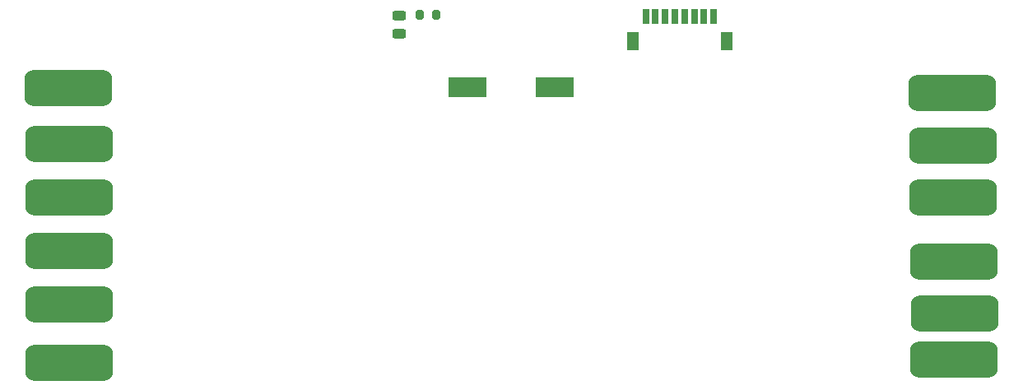
<source format=gtp>
%TF.GenerationSoftware,KiCad,Pcbnew,8.0.4*%
%TF.CreationDate,2025-01-10T16:53:36-05:00*%
%TF.ProjectId,X17-ESC-Adapter,5831372d-4553-4432-9d41-646170746572,rev?*%
%TF.SameCoordinates,Original*%
%TF.FileFunction,Paste,Top*%
%TF.FilePolarity,Positive*%
%FSLAX46Y46*%
G04 Gerber Fmt 4.6, Leading zero omitted, Abs format (unit mm)*
G04 Created by KiCad (PCBNEW 8.0.4) date 2025-01-10 16:53:36*
%MOMM*%
%LPD*%
G01*
G04 APERTURE LIST*
G04 Aperture macros list*
%AMRoundRect*
0 Rectangle with rounded corners*
0 $1 Rounding radius*
0 $2 $3 $4 $5 $6 $7 $8 $9 X,Y pos of 4 corners*
0 Add a 4 corners polygon primitive as box body*
4,1,4,$2,$3,$4,$5,$6,$7,$8,$9,$2,$3,0*
0 Add four circle primitives for the rounded corners*
1,1,$1+$1,$2,$3*
1,1,$1+$1,$4,$5*
1,1,$1+$1,$6,$7*
1,1,$1+$1,$8,$9*
0 Add four rect primitives between the rounded corners*
20,1,$1+$1,$2,$3,$4,$5,0*
20,1,$1+$1,$4,$5,$6,$7,0*
20,1,$1+$1,$6,$7,$8,$9,0*
20,1,$1+$1,$8,$9,$2,$3,0*%
G04 Aperture macros list end*
%ADD10RoundRect,0.920750X3.587750X-0.920750X3.587750X0.920750X-3.587750X0.920750X-3.587750X-0.920750X0*%
%ADD11RoundRect,0.200000X0.200000X0.275000X-0.200000X0.275000X-0.200000X-0.275000X0.200000X-0.275000X0*%
%ADD12R,4.000000X2.000000*%
%ADD13R,0.660400X1.549400*%
%ADD14R,1.295400X1.905000*%
%ADD15RoundRect,0.243750X0.456250X-0.243750X0.456250X0.243750X-0.456250X0.243750X-0.456250X-0.243750X0*%
G04 APERTURE END LIST*
D10*
%TO.C,J3*%
X112500000Y-92500000D03*
%TD*%
%TO.C,J11*%
X203540000Y-104570000D03*
%TD*%
%TO.C,J9*%
X203440000Y-98020000D03*
%TD*%
D11*
%TO.C,R2*%
X150225000Y-79200000D03*
X148575000Y-79200000D03*
%TD*%
D10*
%TO.C,J10*%
X203400000Y-92610000D03*
%TD*%
D12*
%TO.C,ESC5*%
X153485000Y-86605000D03*
X162465000Y-86605000D03*
%TD*%
D10*
%TO.C,J1*%
X112500000Y-98000000D03*
%TD*%
D13*
%TO.C,BM08B-SRSS-TBLFSN1*%
X178800001Y-79371600D03*
X177800000Y-79371600D03*
X176800000Y-79371600D03*
X175799999Y-79371600D03*
X174800001Y-79371600D03*
X173800000Y-79371600D03*
X172800000Y-79371600D03*
X171799999Y-79371600D03*
D14*
X170499999Y-81896599D03*
X180100001Y-81896599D03*
%TD*%
D10*
%TO.C,J5*%
X112500000Y-115000000D03*
%TD*%
%TO.C,J4*%
X112390000Y-86750000D03*
%TD*%
%TO.C,J7*%
X112500000Y-103500000D03*
%TD*%
D15*
%TO.C,D1*%
X146400000Y-81137500D03*
X146400000Y-79262500D03*
%TD*%
D10*
%TO.C,J12*%
X203590000Y-109890000D03*
%TD*%
%TO.C,J13*%
X203530000Y-114700000D03*
%TD*%
%TO.C,J6*%
X112500000Y-109000000D03*
%TD*%
%TO.C,J8*%
X203370000Y-87210000D03*
%TD*%
M02*

</source>
